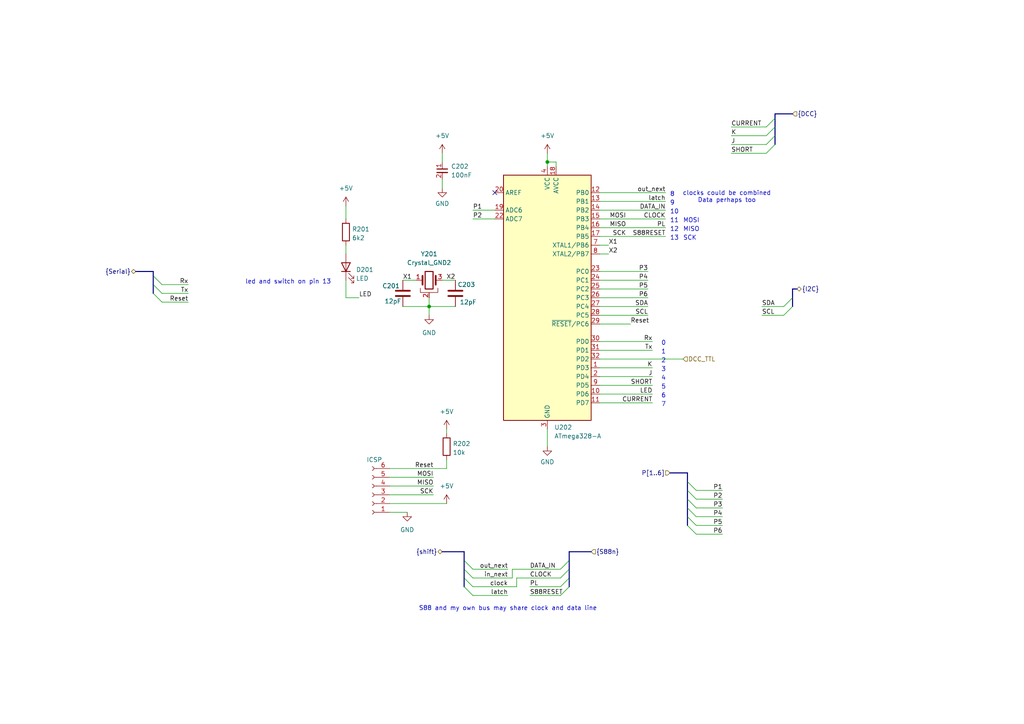
<source format=kicad_sch>
(kicad_sch (version 20231120) (generator "eeschema") (generator_version "8.0")
  (paper "A4")
  (lib_symbols
    (symbol "Connector:Conn_01x06_Socket" (pin_names (offset 1.016) hide)
      (property "Reference" "J" (at 0 7.62 0))
      (property "Value" "Conn_01x06_Socket" (at 0 -10.16 0))
      (symbol "Conn_01x06_Socket_1_1"
        (arc (start 0 -7.112) (mid -0.5058 -7.62) (end 0 -8.128) (stroke (width 0.1524)))
        (arc (start 0 -4.572) (mid -0.5058 -5.08) (end 0 -5.588) (stroke (width 0.1524)))
        (arc (start 0 -2.032) (mid -0.5058 -2.54) (end 0 -3.048) (stroke (width 0.1524)))
        (polyline (pts (xy -1.27 -7.62) (xy -0.508 -7.62)) (stroke (width 0.1524)))
        (polyline (pts (xy -1.27 -5.08) (xy -0.508 -5.08)) (stroke (width 0.1524)))
        (polyline (pts (xy -1.27 -2.54) (xy -0.508 -2.54)) (stroke (width 0.1524)))
        (polyline (pts (xy -1.27 0) (xy -0.508 0)) (stroke (width 0.1524)))
        (polyline (pts (xy -1.27 2.54) (xy -0.508 2.54)) (stroke (width 0.1524)))
        (polyline (pts (xy -1.27 5.08) (xy -0.508 5.08)) (stroke (width 0.1524)))
        (arc (start 0 0.508) (mid -0.5058 0) (end 0 -0.508) (stroke (width 0.1524)))
        (arc (start 0 3.048) (mid -0.5058 2.54) (end 0 2.032) (stroke (width 0.1524)))
        (arc (start 0 5.588) (mid -0.5058 5.08) (end 0 4.572) (stroke (width 0.1524)))
        (pin passive line (at -5.08 5.08 0) (length 3.81) (name "Pin_1") (number "1"))
        (pin passive line (at -5.08 2.54 0) (length 3.81) (name "Pin_2") (number "2"))
        (pin passive line (at -5.08 0 0) (length 3.81) (name "Pin_3") (number "3"))
        (pin passive line (at -5.08 -2.54 0) (length 3.81) (name "Pin_4") (number "4"))
        (pin passive line (at -5.08 -5.08 0) (length 3.81) (name "Pin_5") (number "5"))
        (pin passive line (at -5.08 -7.62 0) (length 3.81) (name "Pin_6") (number "6"))
      )
    )
    (symbol "Device:C" (pin_numbers hide) (pin_names (offset 0.254))
      (property "Reference" "C" (at 0.635 2.54 0))
      (property "Value" "C" (at 0.635 -2.54 0))
      (symbol "C_0_1"
        (polyline (pts (xy -2.032 -0.762) (xy 2.032 -0.762)) (stroke (width 0.508)))
        (polyline (pts (xy -2.032 0.762) (xy 2.032 0.762)) (stroke (width 0.508)))
      )
      (symbol "C_1_1"
        (pin passive line (at 0 3.81 270) (length 2.794) (name "~") (number "1"))
        (pin passive line (at 0 -3.81 90) (length 2.794) (name "~") (number "2"))
      )
    )
    (symbol "Device:LED" (pin_numbers hide) (pin_names (offset 1.016) hide)
      (property "Reference" "D" (at 0 2.54 0))
      (property "Value" "LED" (at 0 -2.54 0))
      (symbol "LED_0_1"
        (polyline (pts (xy -1.27 -1.27) (xy -1.27 1.27)) (stroke (width 0.254)))
        (polyline (pts (xy -1.27 0) (xy 1.27 0)))
        (polyline (pts (xy 1.27 -1.27) (xy 1.27 1.27) (xy -1.27 0) (xy 1.27 -1.27)) (stroke (width 0.254)))
        (polyline (pts (xy -3.048 -0.762) (xy -4.572 -2.286) (xy -3.81 -2.286) (xy -4.572 -2.286) (xy -4.572 -1.524)))
        (polyline (pts (xy -1.778 -0.762) (xy -3.302 -2.286) (xy -2.54 -2.286) (xy -3.302 -2.286) (xy -3.302 -1.524)))
      )
      (symbol "LED_1_1"
        (pin passive line (at -3.81 0 0) (length 2.54) (name "K") (number "1"))
        (pin passive line (at 3.81 0 180) (length 2.54) (name "A") (number "2"))
      )
    )
    (symbol "Device:R" (pin_numbers hide) (pin_names (offset 0))
      (property "Reference" "R" (at 2.032 0 90))
      (property "Value" "R" (at 0 0 90))
      (symbol "R_0_1"
        (rectangle (start -1.016 -2.54) (end 1.016 2.54) (stroke (width 0.254)))
      )
      (symbol "R_1_1"
        (pin passive line (at 0 3.81 270) (length 1.27) (name "~") (number "1"))
        (pin passive line (at 0 -3.81 90) (length 1.27) (name "~") (number "2"))
      )
    )
    (symbol "GND_1" (power) (pin_names (offset 0))
      (property "Value" "GND_1" (at 0 -3.81 0))
      (symbol "GND_1_0_1"
        (polyline (pts (xy 0 0) (xy 0 -1.27) (xy 1.27 -1.27) (xy 0 -2.54) (xy -1.27 -1.27) (xy 0 -1.27)))
      )
      (symbol "GND_1_1_1"
        (pin power_in line (at 0 0 270) (length 0) hide (name "GND") (number "1"))
      )
    )
    (symbol "MCU_Microchip_ATmega:ATmega328-A"
      (property "Reference" "U" (at -12.7 36.83 0))
      (property "Value" "ATmega328-A" (at 2.54 -36.83 0))
      (symbol "ATmega328-A_0_1"
        (rectangle (start -12.7 -35.56) (end 12.7 35.56) (stroke (width 0.254)) (fill (type background)))
      )
      (symbol "ATmega328-A_1_1"
        (pin bidirectional line (at 15.24 -20.32 180) (length 2.54) (name "PD3") (number "1"))
        (pin bidirectional line (at 15.24 -27.94 180) (length 2.54) (name "PD6") (number "10"))
        (pin bidirectional line (at 15.24 -30.48 180) (length 2.54) (name "PD7") (number "11"))
        (pin bidirectional line (at 15.24 30.48 180) (length 2.54) (name "PB0") (number "12"))
        (pin bidirectional line (at 15.24 27.94 180) (length 2.54) (name "PB1") (number "13"))
        (pin bidirectional line (at 15.24 25.4 180) (length 2.54) (name "PB2") (number "14"))
        (pin bidirectional line (at 15.24 22.86 180) (length 2.54) (name "PB3") (number "15"))
        (pin bidirectional line (at 15.24 20.32 180) (length 2.54) (name "PB4") (number "16"))
        (pin bidirectional line (at 15.24 17.78 180) (length 2.54) (name "PB5") (number "17"))
        (pin power_in line (at 2.54 38.1 270) (length 2.54) (name "AVCC") (number "18"))
        (pin input line (at -15.24 25.4 0) (length 2.54) (name "ADC6") (number "19"))
        (pin bidirectional line (at 15.24 -22.86 180) (length 2.54) (name "PD4") (number "2"))
        (pin passive line (at -15.24 30.48 0) (length 2.54) (name "AREF") (number "20"))
        (pin passive line (at 0 -38.1 90) (length 2.54) hide (name "GND") (number "21"))
        (pin input line (at -15.24 22.86 0) (length 2.54) (name "ADC7") (number "22"))
        (pin bidirectional line (at 15.24 7.62 180) (length 2.54) (name "PC0") (number "23"))
        (pin bidirectional line (at 15.24 5.08 180) (length 2.54) (name "PC1") (number "24"))
        (pin bidirectional line (at 15.24 2.54 180) (length 2.54) (name "PC2") (number "25"))
        (pin bidirectional line (at 15.24 0 180) (length 2.54) (name "PC3") (number "26"))
        (pin bidirectional line (at 15.24 -2.54 180) (length 2.54) (name "PC4") (number "27"))
        (pin bidirectional line (at 15.24 -5.08 180) (length 2.54) (name "PC5") (number "28"))
        (pin bidirectional line (at 15.24 -7.62 180) (length 2.54) (name "~{RESET}/PC6") (number "29"))
        (pin power_in line (at 0 -38.1 90) (length 2.54) (name "GND") (number "3"))
        (pin bidirectional line (at 15.24 -12.7 180) (length 2.54) (name "PD0") (number "30"))
        (pin bidirectional line (at 15.24 -15.24 180) (length 2.54) (name "PD1") (number "31"))
        (pin bidirectional line (at 15.24 -17.78 180) (length 2.54) (name "PD2") (number "32"))
        (pin power_in line (at 0 38.1 270) (length 2.54) (name "VCC") (number "4"))
        (pin passive line (at 0 -38.1 90) (length 2.54) hide (name "GND") (number "5"))
        (pin passive line (at 0 38.1 270) (length 2.54) hide (name "VCC") (number "6"))
        (pin bidirectional line (at 15.24 15.24 180) (length 2.54) (name "XTAL1/PB6") (number "7"))
        (pin bidirectional line (at 15.24 12.7 180) (length 2.54) (name "XTAL2/PB7") (number "8"))
        (pin bidirectional line (at 15.24 -25.4 180) (length 2.54) (name "PD5") (number "9"))
      )
    )
    (symbol "capacitor_miscellaneous:C_0402_100nF"
      (property "Reference" "U" (at 1.27 2.54 0))
      (property "Value" "100nF" (at 3.81 -2.54 0))
      (property "JLCPCB Part#" "C307331" (at 0 0 0))
      (symbol "C_0402_100nF_0_1"
        (polyline (pts (xy -1.524 -0.508) (xy 1.524 -0.508)) (stroke (width 0.3302)))
        (polyline (pts (xy -1.524 0.508) (xy 1.524 0.508)) (stroke (width 0.3048)))
      )
      (symbol "C_0402_100nF_1_1"
        (pin passive line (at 0 2.54 270) (length 2.032) (name "~") (number "1"))
        (pin passive line (at 0 -2.54 90) (length 2.032) (name "~") (number "2"))
      )
    )
    (symbol "custom_kicad_lib_sk:crystal_arduino" (pin_names (offset 1.016) hide)
      (property "Reference" "Y" (at 0 5.715 0))
      (property "Value" "Crystal_GND2" (at 0 3.81 0))
      (property "JLCPCB Part#" "C13738" (at 0 0 0))
      (symbol "crystal_arduino_0_1"
        (rectangle (start -1.143 2.54) (end 1.143 -2.54) (stroke (width 0.3048)))
        (polyline (pts (xy -2.54 0) (xy -1.905 0)))
        (polyline (pts (xy -1.905 -1.27) (xy -1.905 1.27)) (stroke (width 0.508)))
        (polyline (pts (xy 0 -3.81) (xy 0 -3.556)))
        (polyline (pts (xy 1.905 0) (xy 2.54 0)))
        (polyline (pts (xy 1.905 1.27) (xy 1.905 -1.27)) (stroke (width 0.508)))
        (polyline (pts (xy -2.54 -2.286) (xy -2.54 -3.556) (xy 2.54 -3.556) (xy 2.54 -2.286)))
      )
      (symbol "crystal_arduino_1_1"
        (pin passive line (at -3.81 0 0) (length 1.27) (name "1") (number "1"))
        (pin passive line (at 0 -5.08 90) (length 1.27) (name "GND") (number "2"))
        (pin passive line (at 3.81 0 180) (length 1.27) (name "3") (number "3"))
        (pin passive line (at 0 -5.08 90) (length 1.27) hide (name "GND") (number "4"))
      )
    )
    (symbol "power:+5V" (power) (pin_names (offset 0))
      (property "Value" "+5V" (at 0 3.556 0))
      (symbol "+5V_0_1"
        (polyline (pts (xy -0.762 1.27) (xy 0 2.54)))
        (polyline (pts (xy 0 0) (xy 0 2.54)))
        (polyline (pts (xy 0 2.54) (xy 0.762 1.27)))
      )
      (symbol "+5V_1_1"
        (pin power_in line (at 0 0 90) (length 0) hide (name "+5V") (number "1"))
      )
    )
    (symbol "power:GND" (power) (pin_names (offset 0))
      (property "Value" "GND" (at 0 -3.81 0))
      (symbol "GND_0_1"
        (polyline (pts (xy 0 0) (xy 0 -1.27) (xy 1.27 -1.27) (xy 0 -2.54) (xy -1.27 -1.27) (xy 0 -1.27)))
      )
      (symbol "GND_1_1"
        (pin power_in line (at 0 0 270) (length 0) hide (name "GND") (number "1"))
      )
    )
  )
  (bus_alias "DCC" (members "J" "K" "CURRENT" "SHORT"))
  (bus_alias "Serial" (members "Rx" "Tx" "Reset"))
  (bus_alias "shift" (members "out_next" "in_next" "clock" "latch"))
  (junction (at 124.46 88.9))
  (junction (at 158.75 46.99))
  (no_connect (at 143.51 55.88))
  (bus_entry (at 46.99 82.55) (size -2.54 -2.54))
  (bus_entry (at 165.1 162.56) (size -2.54 2.54))
  (bus_entry (at 222.25 44.45) (size 2.54 -2.54))
  (bus_entry (at 137.16 167.64) (size -2.54 -2.54))
  (bus_entry (at 227.33 88.9) (size 2.54 -2.54))
  (bus_entry (at 227.33 91.44) (size 2.54 -2.54))
  (bus_entry (at 199.39 147.32) (size 2.54 2.54))
  (bus_entry (at 137.16 170.18) (size -2.54 -2.54))
  (bus_entry (at 137.16 172.72) (size -2.54 -2.54))
  (bus_entry (at 165.1 167.64) (size -2.54 2.54))
  (bus_entry (at 199.39 149.86) (size 2.54 2.54))
  (bus_entry (at 137.16 165.1) (size -2.54 -2.54))
  (bus_entry (at 165.1 170.18) (size -2.54 2.54))
  (bus_entry (at 199.39 144.78) (size 2.54 2.54))
  (bus_entry (at 165.1 165.1) (size -2.54 2.54))
  (bus_entry (at 199.39 139.7) (size 2.54 2.54))
  (bus_entry (at 46.99 87.63) (size -2.54 -2.54))
  (bus_entry (at 222.25 36.83) (size 2.54 -2.54))
  (bus_entry (at 222.25 39.37) (size 2.54 -2.54))
  (bus_entry (at 199.39 152.4) (size 2.54 2.54))
  (bus_entry (at 222.25 41.91) (size 2.54 -2.54))
  (bus_entry (at 46.99 85.09) (size -2.54 -2.54))
  (bus_entry (at 199.39 142.24) (size 2.54 2.54))
  (bus (pts (xy 134.62 162.56) (xy 134.62 160.02)))
  (bus (pts (xy 134.62 165.1) (xy 134.62 162.56)))
  (wire (pts (xy 158.75 46.99) (xy 158.75 48.26)))
  (wire (pts (xy 148.59 167.64) (xy 148.59 165.1)))
  (wire (pts (xy 137.16 63.5) (xy 143.51 63.5)))
  (bus (pts (xy 199.39 139.7) (xy 199.39 142.24)))
  (wire (pts (xy 124.46 88.9) (xy 132.08 88.9)))
  (wire (pts (xy 137.16 167.64) (xy 148.59 167.64)))
  (wire (pts (xy 220.98 88.9) (xy 227.33 88.9)))
  (bus (pts (xy 224.79 39.37) (xy 224.79 36.83)))
  (bus (pts (xy 134.62 170.18) (xy 134.62 167.64)))
  (wire (pts (xy 149.86 170.18) (xy 149.86 167.64)))
  (wire (pts (xy 147.32 165.1) (xy 137.16 165.1)))
  (bus (pts (xy 199.39 149.86) (xy 199.39 152.4)))
  (wire (pts (xy 220.98 91.44) (xy 227.33 91.44)))
  (wire (pts (xy 161.29 46.99) (xy 158.75 46.99)))
  (wire (pts (xy 173.99 88.9) (xy 187.96 88.9)))
  (wire (pts (xy 137.16 60.96) (xy 143.51 60.96)))
  (wire (pts (xy 113.03 143.51) (xy 125.73 143.51)))
  (wire (pts (xy 173.99 114.3) (xy 189.23 114.3)))
  (wire (pts (xy 201.93 149.86) (xy 209.55 149.86)))
  (bus (pts (xy 199.39 142.24) (xy 199.39 144.78)))
  (bus (pts (xy 229.87 88.9) (xy 229.87 86.36)))
  (bus (pts (xy 224.79 36.83) (xy 224.79 34.29)))
  (wire (pts (xy 120.65 81.28) (xy 116.84 81.28)))
  (bus (pts (xy 171.45 160.02) (xy 165.1 160.02)))
  (wire (pts (xy 173.99 78.74) (xy 187.96 78.74)))
  (wire (pts (xy 173.99 91.44) (xy 187.96 91.44)))
  (wire (pts (xy 149.86 167.64) (xy 162.56 167.64)))
  (bus (pts (xy 199.39 144.78) (xy 199.39 147.32)))
  (bus (pts (xy 165.1 162.56) (xy 165.1 165.1)))
  (wire (pts (xy 100.33 81.28) (xy 100.33 86.36)))
  (wire (pts (xy 173.99 93.98) (xy 182.88 93.98)))
  (wire (pts (xy 162.56 170.18) (xy 153.67 170.18)))
  (wire (pts (xy 147.32 172.72) (xy 137.16 172.72)))
  (wire (pts (xy 173.99 73.66) (xy 176.53 73.66)))
  (wire (pts (xy 113.03 140.97) (xy 125.73 140.97)))
  (wire (pts (xy 201.93 154.94) (xy 209.55 154.94)))
  (bus (pts (xy 229.87 33.02) (xy 224.79 33.02)))
  (wire (pts (xy 158.75 124.46) (xy 158.75 129.54)))
  (wire (pts (xy 201.93 144.78) (xy 209.55 144.78)))
  (wire (pts (xy 173.99 111.76) (xy 189.23 111.76)))
  (wire (pts (xy 54.61 82.55) (xy 46.99 82.55)))
  (wire (pts (xy 201.93 147.32) (xy 209.55 147.32)))
  (wire (pts (xy 162.56 172.72) (xy 153.67 172.72)))
  (wire (pts (xy 129.54 133.35) (xy 129.54 135.89)))
  (wire (pts (xy 222.25 39.37) (xy 212.09 39.37)))
  (bus (pts (xy 199.39 147.32) (xy 199.39 149.86)))
  (bus (pts (xy 229.87 86.36) (xy 229.87 83.82)))
  (wire (pts (xy 173.99 86.36) (xy 187.96 86.36)))
  (wire (pts (xy 100.33 71.12) (xy 100.33 73.66)))
  (wire (pts (xy 124.46 86.36) (xy 124.46 88.9)))
  (wire (pts (xy 128.27 81.28) (xy 132.08 81.28)))
  (wire (pts (xy 222.25 36.83) (xy 212.09 36.83)))
  (bus (pts (xy 44.45 80.01) (xy 44.45 82.55)))
  (bus (pts (xy 165.1 165.1) (xy 165.1 167.64)))
  (wire (pts (xy 113.03 138.43) (xy 125.73 138.43)))
  (bus (pts (xy 134.62 160.02) (xy 128.27 160.02)))
  (bus (pts (xy 165.1 160.02) (xy 165.1 162.56)))
  (bus (pts (xy 44.45 80.01) (xy 44.45 78.74)))
  (wire (pts (xy 173.99 71.12) (xy 176.53 71.12)))
  (wire (pts (xy 173.99 116.84) (xy 189.23 116.84)))
  (bus (pts (xy 44.45 82.55) (xy 44.45 85.09)))
  (bus (pts (xy 134.62 167.64) (xy 134.62 165.1)))
  (bus (pts (xy 224.79 41.91) (xy 224.79 39.37)))
  (wire (pts (xy 158.75 44.45) (xy 158.75 46.99)))
  (wire (pts (xy 201.93 142.24) (xy 209.55 142.24)))
  (wire (pts (xy 100.33 59.69) (xy 100.33 63.5)))
  (wire (pts (xy 201.93 152.4) (xy 209.55 152.4)))
  (wire (pts (xy 128.27 52.07) (xy 128.27 54.61)))
  (wire (pts (xy 173.99 63.5) (xy 193.04 63.5)))
  (bus (pts (xy 194.31 137.16) (xy 199.39 137.16)))
  (wire (pts (xy 129.54 124.46) (xy 129.54 125.73)))
  (wire (pts (xy 104.14 86.36) (xy 100.33 86.36)))
  (bus (pts (xy 44.45 78.74) (xy 39.37 78.74)))
  (bus (pts (xy 199.39 137.16) (xy 199.39 139.7)))
  (wire (pts (xy 173.99 83.82) (xy 187.96 83.82)))
  (bus (pts (xy 165.1 167.64) (xy 165.1 170.18)))
  (wire (pts (xy 173.99 58.42) (xy 193.04 58.42)))
  (wire (pts (xy 173.99 101.6) (xy 189.23 101.6)))
  (wire (pts (xy 116.84 88.9) (xy 124.46 88.9)))
  (wire (pts (xy 128.27 44.45) (xy 128.27 46.99)))
  (wire (pts (xy 173.99 99.06) (xy 189.23 99.06)))
  (wire (pts (xy 222.25 44.45) (xy 212.09 44.45)))
  (wire (pts (xy 137.16 170.18) (xy 149.86 170.18)))
  (bus (pts (xy 229.87 83.82) (xy 231.14 83.82)))
  (wire (pts (xy 173.99 104.14) (xy 198.12 104.14)))
  (wire (pts (xy 113.03 148.59) (xy 118.11 148.59)))
  (wire (pts (xy 124.46 88.9) (xy 124.46 91.44)))
  (wire (pts (xy 148.59 165.1) (xy 162.56 165.1)))
  (wire (pts (xy 173.99 68.58) (xy 193.04 68.58)))
  (wire (pts (xy 161.29 48.26) (xy 161.29 46.99)))
  (bus (pts (xy 224.79 34.29) (xy 224.79 33.02)))
  (wire (pts (xy 113.03 146.05) (xy 129.54 146.05)))
  (wire (pts (xy 54.61 85.09) (xy 46.99 85.09)))
  (wire (pts (xy 173.99 66.04) (xy 193.04 66.04)))
  (wire (pts (xy 173.99 55.88) (xy 193.04 55.88)))
  (wire (pts (xy 113.03 135.89) (xy 129.54 135.89)))
  (wire (pts (xy 222.25 41.91) (xy 212.09 41.91)))
  (wire (pts (xy 173.99 109.22) (xy 189.23 109.22)))
  (wire (pts (xy 173.99 81.28) (xy 187.96 81.28)))
  (wire (pts (xy 173.99 106.68) (xy 189.23 106.68)))
  (wire (pts (xy 54.61 87.63) (xy 46.99 87.63)))
  (wire (pts (xy 173.99 60.96) (xy 193.04 60.96)))
  (text "S88 and my own bus may share clock and data line" (at 147.32 176.53 0) (effects (font (size 1.27 1.27))))
  (text "8" (at 194.31 57.15 0) (effects (font (size 1.27 1.27)) (justify left bottom)))
  (text "12" (at 194.31 67.31 0) (effects (font (size 1.27 1.27)) (justify left bottom)))
  (text "2" (at 191.77 105.41 0) (effects (font (size 1.27 1.27)) (justify left bottom)))
  (text "3" (at 191.77 107.95 0) (effects (font (size 1.27 1.27)) (justify left bottom)))
  (text "clocks could be combined\nData perhaps too\n" (at 210.82 57.15 0) (effects (font (size 1.27 1.27))))
  (text "6" (at 191.77 115.57 0) (effects (font (size 1.27 1.27)) (justify left bottom)))
  (text "0" (at 191.77 100.33 0) (effects (font (size 1.27 1.27)) (justify left bottom)))
  (text "SCK" (at 198.12 69.85 0) (effects (font (size 1.27 1.27)) (justify left bottom)))
  (text "10" (at 194.31 62.23 0) (effects (font (size 1.27 1.27)) (justify left bottom)))
  (text "7" (at 191.77 118.11 0) (effects (font (size 1.27 1.27)) (justify left bottom)))
  (text "MISO" (at 198.12 67.31 0) (effects (font (size 1.27 1.27)) (justify left bottom)))
  (text "13" (at 194.31 69.85 0) (effects (font (size 1.27 1.27)) (justify left bottom)))
  (text "1" (at 191.77 102.87 0) (effects (font (size 1.27 1.27)) (justify left bottom)))
  (text "11" (at 194.31 64.77 0) (effects (font (size 1.27 1.27)) (justify left bottom)))
  (text "5" (at 191.77 113.03 0) (effects (font (size 1.27 1.27)) (justify left bottom)))
  (text "MOSI" (at 198.12 64.77 0) (effects (font (size 1.27 1.27)) (justify left bottom)))
  (text "led and switch on pin 13" (at 71.12 82.55 0) (effects (font (size 1.27 1.27)) (justify left bottom)))
  (text "4" (at 191.77 110.49 0) (effects (font (size 1.27 1.27)) (justify left bottom)))
  (text "9" (at 194.31 59.69 0) (effects (font (size 1.27 1.27)) (justify left bottom)))
  (label "Tx" (at 189.23 101.6 180))
  (label "K" (at 212.09 39.37 0))
  (label "Reset" (at 125.73 135.89 180))
  (label "X1" (at 116.84 81.28 0))
  (label "clock" (at 147.32 170.18 180))
  (label "X2" (at 176.53 73.66 0))
  (label "P3" (at 209.55 147.32 180))
  (label "SCL" (at 220.98 91.44 0))
  (label "Tx" (at 54.61 85.09 180))
  (label "P6" (at 209.55 154.94 180))
  (label "P4" (at 209.55 149.86 180))
  (label "S88RESET" (at 193.04 68.58 180))
  (label "DATA_IN" (at 193.04 60.96 180))
  (label "Rx" (at 189.23 99.06 180))
  (label "P4" (at 187.96 81.28 180))
  (label "J" (at 212.09 41.91 0))
  (label "P1" (at 137.16 60.96 0))
  (label "SDA" (at 187.96 88.9 180))
  (label "Reset" (at 182.88 93.98 0))
  (label "P2" (at 137.16 63.5 0))
  (label "SHORT" (at 189.23 111.76 180))
  (label "CURRENT" (at 212.09 36.83 0))
  (label "P2" (at 209.55 144.78 180))
  (label "P5" (at 187.96 83.82 180))
  (label "SDA" (at 220.98 88.9 0))
  (label "LED" (at 189.23 114.3 180))
  (label "MOSI" (at 181.61 63.5 180))
  (label "CLOCK" (at 153.67 167.64 0))
  (label "SCK" (at 125.73 143.51 180))
  (label "out_next" (at 147.32 165.1 180))
  (label "MISO" (at 125.73 140.97 180))
  (label "J" (at 189.23 109.22 180))
  (label "MOSI" (at 125.73 138.43 180))
  (label "CURRENT" (at 189.23 116.84 180))
  (label "CLOCK" (at 193.04 63.5 180))
  (label "Reset" (at 54.61 87.63 180))
  (label "K" (at 189.23 106.68 180))
  (label "out_next" (at 193.04 55.88 180))
  (label "X1" (at 176.53 71.12 0))
  (label "PL" (at 153.67 170.18 0))
  (label "SHORT" (at 212.09 44.45 0))
  (label "SCK" (at 181.61 68.58 180))
  (label "in_next" (at 147.32 167.64 180))
  (label "MISO" (at 181.61 66.04 180))
  (label "SCL" (at 187.96 91.44 180))
  (label "LED" (at 104.14 86.36 0))
  (label "latch" (at 147.32 172.72 180))
  (label "P3" (at 187.96 78.74 180))
  (label "P1" (at 209.55 142.24 180))
  (label "Rx" (at 54.61 82.55 180))
  (label "DATA_IN" (at 153.67 165.1 0))
  (label "P5" (at 209.55 152.4 180))
  (label "S88RESET" (at 153.67 172.72 0))
  (label "P6" (at 187.96 86.36 180))
  (label "latch" (at 193.04 58.42 180))
  (label "PL" (at 193.04 66.04 180))
  (label "X2" (at 132.08 81.28 180))
  (hierarchical_label "DCC_TTL" (shape input) (at 198.12 104.14 0))
  (hierarchical_label "{Serial}" (shape bidirectional) (at 39.37 78.74 180))
  (hierarchical_label "{DCC}" (shape input) (at 229.87 33.02 0))
  (hierarchical_label "{I2C}" (shape bidirectional) (at 231.14 83.82 0))
  (hierarchical_label "{shift}" (shape bidirectional) (at 128.27 160.02 180))
  (hierarchical_label "{S88n}" (shape input) (at 171.45 160.02 0))
  (hierarchical_label "P[1..6]" (shape input) (at 194.31 137.16 180))
  (symbol (lib_name "GND_1") (lib_id "power:GND") (at 124.46 91.44 0) (unit 1)
    (property "Reference" "#PWR0207" (effects (hide yes)))
    (property "Value" "GND" (at 124.46 96.52 0))
  )
  (symbol (lib_id "custom_kicad_lib_sk:crystal_arduino") (at 124.46 81.28 0) (unit 1)
    (property "Reference" "Y201" (at 124.46 73.66 0))
    (property "Value" "Crystal_GND2" (at 124.46 76.2 0))
    (property "Footprint" "custom_kicad_lib_sk:crystal_arduino" (effects (hide yes)))
    (property "JLCPCB Part#" "C13738" (effects (hide yes)))
    (instances (project "atmega328" (path "" (reference "Y201") (unit 1))) (project "general_schematics" (path "" (reference "Y?") (unit 1)) (path "" (reference "Y1401") (unit 1))) (project "" (path "" (reference "Y201") (unit 1))))
  )
  (symbol (lib_id "Device:C") (at 132.08 85.09 180) (unit 1)
    (property "Reference" "C203" (at 132.715 82.55 0) (effects (justify right)))
    (property "Value" "12pF" (at 133.35 87.63 0) (effects (justify right)))
    (property "Footprint" "Capacitor_SMD:C_0603_1608Metric" (effects (hide yes)))
    (property "JLCPCB Part#" "C38523" (effects (hide yes)))
    (instances (project "atmega328" (path "" (reference "C203") (unit 1))) (project "general_schematics" (path "" (reference "C?") (unit 1)) (path "" (reference "C1403") (unit 1))) (project "" (path "" (reference "C203") (unit 1))))
  )
  (symbol (lib_id "Device:R") (at 100.33 67.31 0) (unit 1)
    (property "Reference" "R201" (at 102.108 66.4753 0) (effects (justify left)))
    (property "Value" "6k2" (at 102.108 69.0122 0) (effects (justify left)))
    (property "Footprint" "Resistor_SMD:R_0603_1608Metric_Pad0.98x0.95mm_HandSolder" (effects (hide yes)))
    (property "JLCPCB Part#" "C4260" (effects (hide yes)))
    (instances (project "atmega328" (path "" (reference "R201") (unit 1))) (project "general_schematics" (path "" (reference "R1401") (unit 1))) (project "" (path "" (reference "R201") (unit 1))))
  )
  (symbol (lib_id "MCU_Microchip_ATmega:ATmega328-A") (at 158.75 86.36 0) (unit 1)
    (property "Reference" "U202" (at 160.7694 123.9504 0) (effects (justify left)))
    (property "Value" "ATmega328-A" (at 160.7694 126.4873 0) (effects (justify left)))
    (property "Footprint" "Package_QFP:TQFP-32_7x7mm_P0.8mm" (effects (hide yes)))
    (property "Datasheet" "http://ww1.microchip.com/downloads/en/DeviceDoc/ATmega328_P%20AVR%20MCU%20with%20picoPower%20Technology%20Data%20Sheet%2040001984A.pdf" (effects (hide yes)))
    (property "JLCPCB Part#" "C14877" (effects (hide yes)))
    (instances (project "atmega328" (path "" (reference "U202") (unit 1))) (project "general_schematics" (path "" (reference "U1402") (unit 1))) (project "" (path "" (reference "U202") (unit 1))))
  )
  (symbol (lib_id "Connector:Conn_01x06_Socket") (at 107.95 143.51 180) (unit 1)
    (property "Reference" "J202" (effects (hide yes)))
    (property "Value" "ICSP" (at 108.585 133.35 0))
    (property "Footprint" "Connector_PinHeader_2.54mm:PinHeader_1x06_P2.54mm_Vertical" (effects (hide yes)))
  )
  (symbol (lib_id "power:+5V") (at 158.75 44.45 0) (unit 1)
    (property "Reference" "#PWR0205" (effects (hide yes)))
    (property "Value" "+5V" (at 158.75 39.37 0))
  )
  (symbol (lib_id "power:GND") (at 128.27 54.61 0) (unit 1)
    (property "Reference" "#PWR0201" (effects (hide yes)))
    (property "Value" "GND" (at 128.27 59.0534 0))
    (instances (project "atmega328" (path "" (reference "#PWR0201") (unit 1))) (project "general_schematics" (path "" (reference "#PWR0137") (unit 1))) (project "" (path "" (reference "#PWR0201") (unit 1))))
  )
  (symbol (lib_id "Device:C") (at 116.84 85.09 180) (unit 1)
    (property "Reference" "C201" (at 110.871 82.931 0) (effects (justify right)))
    (property "Value" "12pF" (at 111.506 87.376 0) (effects (justify right)))
    (property "Footprint" "Capacitor_SMD:C_0603_1608Metric" (effects (hide yes)))
    (property "JLCPCB Part#" "C38523" (effects (hide yes)))
    (instances (project "atmega328" (path "" (reference "C201") (unit 1))) (project "general_schematics" (path "" (reference "C?") (unit 1)) (path "" (reference "C1401") (unit 1))) (project "" (path "" (reference "C201") (unit 1))))
  )
  (symbol (lib_id "power:GND") (at 158.75 129.54 0) (unit 1)
    (property "Reference" "#PWR0202" (effects (hide yes)))
    (property "Value" "GND" (at 158.75 133.9834 0))
    (instances (project "atmega328" (path "" (reference "#PWR0202") (unit 1))) (project "general_schematics" (path "" (reference "#PWR0138") (unit 1))) (project "" (path "" (reference "#PWR0202") (unit 1))))
  )
  (symbol (lib_id "Device:LED") (at 100.33 77.47 90) (unit 1)
    (property "Reference" "D201" (at 103.251 78.2228 90) (effects (justify right)))
    (property "Value" "LED" (at 103.251 80.7597 90) (effects (justify right)))
    (property "Footprint" "LED_SMD:LED_0805_2012Metric_Pad1.15x1.40mm_HandSolder" (effects (hide yes)))
    (property "JLCPCB Part#" "C84256" (effects (hide yes)))
    (instances (project "atmega328" (path "" (reference "D201") (unit 1))) (project "general_schematics" (path "" (reference "D1401") (unit 1))) (project "" (path "" (reference "D201") (unit 1))))
  )
  (symbol (lib_id "power:+5V") (at 129.54 146.05 0) (unit 1)
    (property "Reference" "#PWR0208" (effects (hide yes)))
    (property "Value" "+5V" (at 129.54 140.97 0))
  )
  (symbol (lib_id "Device:R") (at 129.54 129.54 0) (unit 1)
    (property "Reference" "R202" (at 131.318 128.7053 0) (effects (justify left)))
    (property "Value" "10k" (at 131.318 131.2422 0) (effects (justify left)))
    (property "Footprint" "Resistor_SMD:R_0402_1005Metric_Pad0.72x0.64mm_HandSolder" (effects (hide yes)))
    (property "JLCPCB Part#" "C25744" (effects (hide yes)))
    (instances (project "atmega328" (path "" (reference "R202") (unit 1))) (project "general_schematics" (path "" (reference "R1402") (unit 1))) (project "" (path "" (reference "R202") (unit 1))))
  )
  (symbol (lib_name "GND_1") (lib_id "power:GND") (at 118.11 148.59 0) (unit 1)
    (property "Reference" "#PWR0102" (effects (hide yes)))
    (property "Value" "GND" (at 118.11 153.67 0))
  )
  (symbol (lib_id "power:+5V") (at 100.33 59.69 0) (unit 1)
    (property "Reference" "#PWR0203" (effects (hide yes)))
    (property "Value" "+5V" (at 100.33 54.61 0))
  )
  (symbol (lib_id "capacitor_miscellaneous:C_0402_100nF") (at 128.27 49.53 0) (unit 1)
    (property "Reference" "C202" (at 130.81 48.2663 0) (effects (justify left)))
    (property "Value" "100nF" (at 130.81 50.8063 0) (effects (justify left)))
    (property "Footprint" "Capacitor_SMD:C_0402_1005Metric" (effects (hide yes)))
    (property "JLCPCB Part#" "C307331" (effects (hide yes)))
  )
  (symbol (lib_id "power:+5V") (at 129.54 124.46 0) (unit 1)
    (property "Reference" "#PWR0206" (effects (hide yes)))
    (property "Value" "+5V" (at 129.54 119.38 0))
  )
  (symbol (lib_id "power:+5V") (at 128.27 44.45 0) (unit 1)
    (property "Reference" "#PWR0204" (effects (hide yes)))
    (property "Value" "+5V" (at 128.27 39.37 0))
  )
)
</source>
